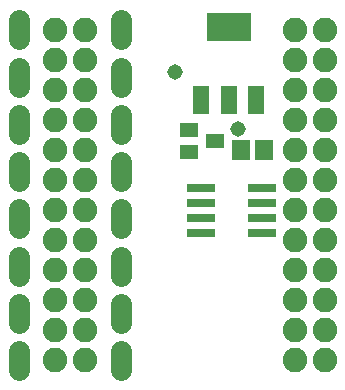
<source format=gbs>
G75*
%MOIN*%
%OFA0B0*%
%FSLAX25Y25*%
%IPPOS*%
%LPD*%
%AMOC8*
5,1,8,0,0,1.08239X$1,22.5*
%
%ADD10R,0.05918X0.06706*%
%ADD11R,0.06312X0.04737*%
%ADD12C,0.07137*%
%ADD13C,0.08200*%
%ADD14R,0.09461X0.03162*%
%ADD15R,0.05599X0.09599*%
%ADD16R,0.14973X0.09461*%
%ADD17C,0.05162*%
D10*
X0319260Y0298500D03*
X0326740Y0298500D03*
D11*
X0310331Y0301500D03*
X0301669Y0297760D03*
X0301669Y0305240D03*
D12*
X0245071Y0231550D02*
X0245071Y0225213D01*
X0245071Y0240961D02*
X0245071Y0247298D01*
X0245071Y0256709D02*
X0245071Y0263046D01*
X0245071Y0272457D02*
X0245071Y0278794D01*
X0245071Y0288206D02*
X0245071Y0294543D01*
X0245071Y0303954D02*
X0245071Y0310291D01*
X0245071Y0319702D02*
X0245071Y0326039D01*
X0245071Y0335450D02*
X0245071Y0341787D01*
X0278929Y0341787D02*
X0278929Y0335450D01*
X0278929Y0326039D02*
X0278929Y0319702D01*
X0278929Y0310291D02*
X0278929Y0303954D01*
X0278929Y0294543D02*
X0278929Y0288206D01*
X0278929Y0278794D02*
X0278929Y0272457D01*
X0278929Y0263046D02*
X0278929Y0256709D01*
X0278929Y0247298D02*
X0278929Y0240961D01*
X0278929Y0231550D02*
X0278929Y0225213D01*
D13*
X0267000Y0228500D03*
X0267000Y0238500D03*
X0267000Y0248500D03*
X0257000Y0248500D03*
X0257000Y0238500D03*
X0257000Y0228500D03*
X0257000Y0258500D03*
X0257000Y0268500D03*
X0267000Y0268500D03*
X0267000Y0258500D03*
X0267000Y0278500D03*
X0267000Y0288500D03*
X0267000Y0298500D03*
X0257000Y0298500D03*
X0257000Y0288500D03*
X0257000Y0278500D03*
X0257000Y0308500D03*
X0257000Y0318500D03*
X0267000Y0318500D03*
X0267000Y0308500D03*
X0267000Y0328500D03*
X0267000Y0338500D03*
X0257000Y0338500D03*
X0257000Y0328500D03*
X0337000Y0328500D03*
X0337000Y0338500D03*
X0347000Y0338500D03*
X0347000Y0328500D03*
X0347000Y0318500D03*
X0347000Y0308500D03*
X0337000Y0308500D03*
X0337000Y0318500D03*
X0337000Y0298500D03*
X0337000Y0288500D03*
X0337000Y0278500D03*
X0347000Y0278500D03*
X0347000Y0288500D03*
X0347000Y0298500D03*
X0347000Y0268500D03*
X0347000Y0258500D03*
X0337000Y0258500D03*
X0337000Y0268500D03*
X0337000Y0248500D03*
X0337000Y0238500D03*
X0337000Y0228500D03*
X0347000Y0228500D03*
X0347000Y0238500D03*
X0347000Y0248500D03*
D14*
X0326236Y0271000D03*
X0326236Y0276000D03*
X0326236Y0281000D03*
X0326236Y0286000D03*
X0305764Y0286000D03*
X0305764Y0281000D03*
X0305764Y0276000D03*
X0305764Y0271000D03*
D15*
X0305902Y0315299D03*
X0315000Y0315299D03*
X0324098Y0315299D03*
D16*
X0315000Y0339701D03*
D17*
X0297000Y0324500D03*
X0318000Y0305500D03*
M02*

</source>
